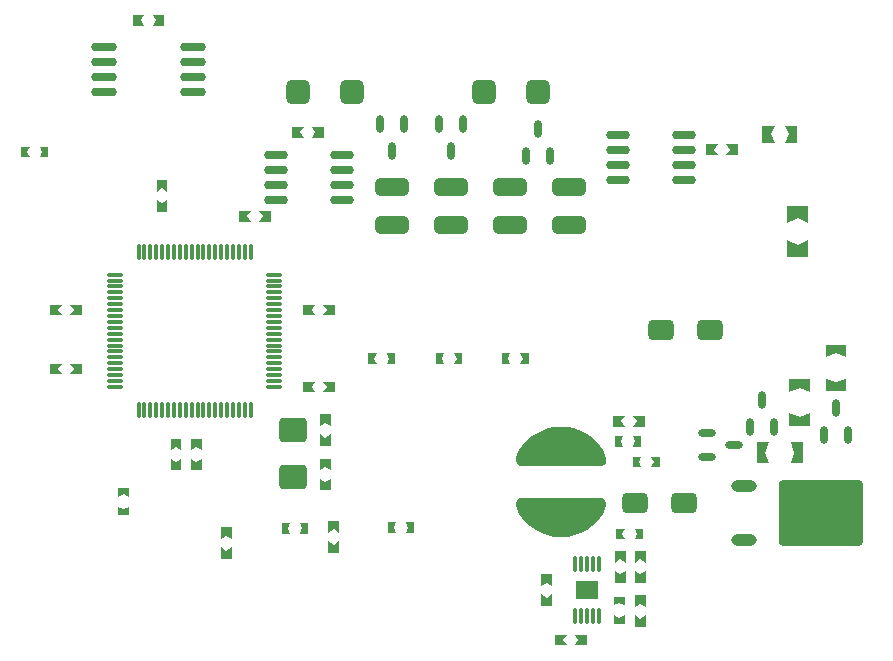
<source format=gtp>
G04 Layer_Color=8421504*
%FSLAX24Y24*%
%MOIN*%
G70*
G01*
G75*
G04:AMPARAMS|DCode=12|XSize=279.5mil|YSize=218.5mil|CornerRadius=10.9mil|HoleSize=0mil|Usage=FLASHONLY|Rotation=0.000|XOffset=0mil|YOffset=0mil|HoleType=Round|Shape=RoundedRectangle|*
%AMROUNDEDRECTD12*
21,1,0.2795,0.1967,0,0,0.0*
21,1,0.2577,0.2185,0,0,0.0*
1,1,0.0219,0.1288,-0.0983*
1,1,0.0219,-0.1288,-0.0983*
1,1,0.0219,-0.1288,0.0983*
1,1,0.0219,0.1288,0.0983*
%
%ADD12ROUNDEDRECTD12*%
%ADD13O,0.0846X0.0394*%
%ADD15O,0.0850X0.0295*%
%ADD18O,0.0591X0.0118*%
%ADD19O,0.0118X0.0591*%
%ADD23O,0.0591X0.0281*%
%ADD24O,0.0281X0.0591*%
G04:AMPARAMS|DCode=26|XSize=86.6mil|YSize=68.9mil|CornerRadius=17.2mil|HoleSize=0mil|Usage=FLASHONLY|Rotation=0.000|XOffset=0mil|YOffset=0mil|HoleType=Round|Shape=RoundedRectangle|*
%AMROUNDEDRECTD26*
21,1,0.0866,0.0344,0,0,0.0*
21,1,0.0522,0.0689,0,0,0.0*
1,1,0.0344,0.0261,-0.0172*
1,1,0.0344,-0.0261,-0.0172*
1,1,0.0344,-0.0261,0.0172*
1,1,0.0344,0.0261,0.0172*
%
%ADD26ROUNDEDRECTD26*%
%ADD28O,0.0118X0.0571*%
%ADD29R,0.0728X0.0610*%
G04:AMPARAMS|DCode=30|XSize=110.2mil|YSize=59.1mil|CornerRadius=14.8mil|HoleSize=0mil|Usage=FLASHONLY|Rotation=0.000|XOffset=0mil|YOffset=0mil|HoleType=Round|Shape=RoundedRectangle|*
%AMROUNDEDRECTD30*
21,1,0.1102,0.0295,0,0,0.0*
21,1,0.0807,0.0591,0,0,0.0*
1,1,0.0295,0.0404,-0.0148*
1,1,0.0295,-0.0404,-0.0148*
1,1,0.0295,-0.0404,0.0148*
1,1,0.0295,0.0404,0.0148*
%
%ADD30ROUNDEDRECTD30*%
%ADD31O,0.0800X0.0295*%
G04:AMPARAMS|DCode=32|XSize=90.6mil|YSize=82.7mil|CornerRadius=12.4mil|HoleSize=0mil|Usage=FLASHONLY|Rotation=180.000|XOffset=0mil|YOffset=0mil|HoleType=Round|Shape=RoundedRectangle|*
%AMROUNDEDRECTD32*
21,1,0.0906,0.0579,0,0,180.0*
21,1,0.0657,0.0827,0,0,180.0*
1,1,0.0248,-0.0329,0.0289*
1,1,0.0248,0.0329,0.0289*
1,1,0.0248,0.0329,-0.0289*
1,1,0.0248,-0.0329,-0.0289*
%
%ADD32ROUNDEDRECTD32*%
G04:AMPARAMS|DCode=34|XSize=82.7mil|YSize=78.7mil|CornerRadius=19.7mil|HoleSize=0mil|Usage=FLASHONLY|Rotation=270.000|XOffset=0mil|YOffset=0mil|HoleType=Round|Shape=RoundedRectangle|*
%AMROUNDEDRECTD34*
21,1,0.0827,0.0394,0,0,270.0*
21,1,0.0433,0.0787,0,0,270.0*
1,1,0.0394,-0.0197,-0.0217*
1,1,0.0394,-0.0197,0.0217*
1,1,0.0394,0.0197,0.0217*
1,1,0.0394,0.0197,-0.0217*
%
%ADD34ROUNDEDRECTD34*%
G36*
X31319Y46437D02*
X30925D01*
X31043Y46614D01*
X30925Y46791D01*
X31319D01*
Y46437D01*
D02*
G37*
G36*
X30531Y46614D02*
X30650Y46437D01*
X30256D01*
Y46791D01*
X30650D01*
X30531Y46614D01*
D02*
G37*
G36*
X36624Y42707D02*
X36230D01*
X36348Y42884D01*
X36230Y43061D01*
X36624D01*
Y42707D01*
D02*
G37*
G36*
X35837Y42884D02*
X35955Y42707D01*
X35561D01*
Y43061D01*
X35955D01*
X35837Y42884D01*
D02*
G37*
G36*
X52411Y42539D02*
X51998D01*
X52126Y42815D01*
X51998Y43091D01*
X52411D01*
Y42539D01*
D02*
G37*
G36*
X51535Y42815D02*
X51663Y42539D01*
X51250D01*
Y43091D01*
X51663D01*
X51535Y42815D01*
D02*
G37*
G36*
X50433Y42126D02*
X50039D01*
X50157Y42303D01*
X50039Y42480D01*
X50433D01*
Y42126D01*
D02*
G37*
G36*
X49646Y42303D02*
X49764Y42126D01*
X49370D01*
Y42480D01*
X49764D01*
X49646Y42303D01*
D02*
G37*
G36*
X27431Y42057D02*
X27155D01*
X27234Y42234D01*
X27155Y42411D01*
X27431D01*
Y42057D01*
D02*
G37*
G36*
X26742Y42234D02*
X26821Y42057D01*
X26545D01*
Y42411D01*
X26821D01*
X26742Y42234D01*
D02*
G37*
G36*
X31417Y40906D02*
X31240Y41024D01*
X31063Y40906D01*
Y41299D01*
X31417D01*
Y40906D01*
D02*
G37*
G36*
Y40236D02*
X31063D01*
Y40630D01*
X31240Y40512D01*
X31417Y40630D01*
Y40236D01*
D02*
G37*
G36*
X34862Y39902D02*
X34469D01*
X34587Y40079D01*
X34469Y40256D01*
X34862D01*
Y39902D01*
D02*
G37*
G36*
X34075Y40079D02*
X34193Y39902D01*
X33799D01*
Y40256D01*
X34193D01*
X34075Y40079D01*
D02*
G37*
G36*
X52776Y39872D02*
X52421Y40030D01*
X52067Y39872D01*
Y40423D01*
X52776D01*
Y39872D01*
D02*
G37*
G36*
Y38730D02*
X52067D01*
Y39281D01*
X52421Y39124D01*
X52776Y39281D01*
Y38730D01*
D02*
G37*
G36*
X37008Y36781D02*
X36614D01*
X36732Y36959D01*
X36614Y37136D01*
X37008D01*
Y36781D01*
D02*
G37*
G36*
X36220Y36959D02*
X36339Y36781D01*
X35945D01*
Y37136D01*
X36339D01*
X36220Y36959D01*
D02*
G37*
G36*
X28563Y36781D02*
X28169D01*
X28287Y36959D01*
X28169Y37136D01*
X28563D01*
Y36781D01*
D02*
G37*
G36*
X27776Y36959D02*
X27894Y36781D01*
X27500D01*
Y37136D01*
X27894D01*
X27776Y36959D01*
D02*
G37*
G36*
X54045Y35394D02*
X53701Y35512D01*
X53356Y35394D01*
Y35807D01*
X54045D01*
Y35394D01*
D02*
G37*
G36*
X43454Y35167D02*
X43179D01*
X43258Y35344D01*
X43179Y35522D01*
X43454D01*
Y35167D01*
D02*
G37*
G36*
X42766Y35344D02*
X42844Y35167D01*
X42569D01*
Y35522D01*
X42844D01*
X42766Y35344D01*
D02*
G37*
G36*
X41250Y35167D02*
X40974D01*
X41053Y35344D01*
X40974Y35522D01*
X41250D01*
Y35167D01*
D02*
G37*
G36*
X40561Y35344D02*
X40640Y35167D01*
X40364D01*
Y35522D01*
X40640D01*
X40561Y35344D01*
D02*
G37*
G36*
X38996Y35167D02*
X38720D01*
X38799Y35344D01*
X38720Y35522D01*
X38996D01*
Y35167D01*
D02*
G37*
G36*
X38307Y35344D02*
X38386Y35167D01*
X38110D01*
Y35522D01*
X38386D01*
X38307Y35344D01*
D02*
G37*
G36*
X28563Y34813D02*
X28169D01*
X28287Y34990D01*
X28169Y35167D01*
X28563D01*
Y34813D01*
D02*
G37*
G36*
X27776Y34990D02*
X27894Y34813D01*
X27500D01*
Y35167D01*
X27894D01*
X27776Y34990D01*
D02*
G37*
G36*
X54045Y34252D02*
X53356D01*
Y34665D01*
X53701Y34547D01*
X54045Y34665D01*
Y34252D01*
D02*
G37*
G36*
X52835Y34242D02*
X52490Y34360D01*
X52146Y34242D01*
Y34656D01*
X52835D01*
Y34242D01*
D02*
G37*
G36*
X37008Y34222D02*
X36614D01*
X36732Y34400D01*
X36614Y34577D01*
X37008D01*
Y34222D01*
D02*
G37*
G36*
X36220Y34400D02*
X36339Y34222D01*
X35945D01*
Y34577D01*
X36339D01*
X36220Y34400D01*
D02*
G37*
G36*
X52835Y33100D02*
X52146D01*
Y33514D01*
X52490Y33396D01*
X52835Y33514D01*
Y33100D01*
D02*
G37*
G36*
X36860Y33091D02*
X36683Y33209D01*
X36506Y33091D01*
Y33484D01*
X36860D01*
Y33091D01*
D02*
G37*
G36*
X47333Y33071D02*
X46939D01*
X47057Y33248D01*
X46939Y33425D01*
X47333D01*
Y33071D01*
D02*
G37*
G36*
X46545Y33248D02*
X46663Y33071D01*
X46270D01*
Y33425D01*
X46663D01*
X46545Y33248D01*
D02*
G37*
G36*
X36860Y32421D02*
X36506D01*
Y32815D01*
X36683Y32697D01*
X36860Y32815D01*
Y32421D01*
D02*
G37*
G36*
X47215Y32402D02*
X46939D01*
X47018Y32579D01*
X46939Y32756D01*
X47215D01*
Y32402D01*
D02*
G37*
G36*
X46526Y32579D02*
X46605Y32402D01*
X46329D01*
Y32756D01*
X46605D01*
X46526Y32579D01*
D02*
G37*
G36*
X32559Y32283D02*
X32382Y32402D01*
X32205Y32283D01*
Y32677D01*
X32559D01*
Y32283D01*
D02*
G37*
G36*
X31880D02*
X31703Y32402D01*
X31526Y32283D01*
Y32677D01*
X31880D01*
Y32283D01*
D02*
G37*
G36*
X32559Y31614D02*
X32205D01*
Y32008D01*
X32382Y31890D01*
X32559Y32008D01*
Y31614D01*
D02*
G37*
G36*
X31880D02*
X31526D01*
Y32008D01*
X31703Y31890D01*
X31880Y32008D01*
Y31614D01*
D02*
G37*
G36*
X52608Y31860D02*
X52195D01*
X52313Y32205D01*
X52195Y32549D01*
X52608D01*
Y31860D01*
D02*
G37*
G36*
X51348Y32205D02*
X51467Y31860D01*
X51053D01*
Y32549D01*
X51467D01*
X51348Y32205D01*
D02*
G37*
G36*
X44760Y33058D02*
X44978Y33014D01*
X45189Y32941D01*
X45388Y32841D01*
X45572Y32715D01*
X45737Y32566D01*
X45739Y32564D01*
X45845Y32437D01*
X45929Y32296D01*
X45990Y32143D01*
X46032Y32009D01*
X46041Y31936D01*
X46022Y31865D01*
X45978Y31806D01*
X45916Y31766D01*
X45844Y31753D01*
X43239D01*
X43164Y31767D01*
X43100Y31807D01*
X43056Y31868D01*
X43036Y31941D01*
X43045Y32016D01*
X43085Y32146D01*
X43146Y32297D01*
X43229Y32436D01*
X43333Y32561D01*
X43338Y32566D01*
X43503Y32715D01*
X43687Y32841D01*
X43886Y32941D01*
X44097Y33014D01*
X44315Y33058D01*
X44537Y33073D01*
X44760Y33058D01*
D02*
G37*
G36*
X47825Y31713D02*
X47549D01*
X47628Y31890D01*
X47549Y32067D01*
X47825D01*
Y31713D01*
D02*
G37*
G36*
X47136Y31890D02*
X47215Y31713D01*
X46939D01*
Y32067D01*
X47215D01*
X47136Y31890D01*
D02*
G37*
G36*
X36860Y31614D02*
X36683Y31732D01*
X36506Y31614D01*
Y32008D01*
X36860D01*
Y31614D01*
D02*
G37*
G36*
Y30945D02*
X36506D01*
Y31339D01*
X36683Y31220D01*
X36860Y31339D01*
Y30945D01*
D02*
G37*
G36*
X30138Y30738D02*
X29961Y30817D01*
X29783Y30738D01*
Y31014D01*
X30138D01*
Y30738D01*
D02*
G37*
G36*
Y30128D02*
X29783D01*
Y30404D01*
X29961Y30325D01*
X30138Y30404D01*
Y30128D01*
D02*
G37*
G36*
X37136Y29528D02*
X36959Y29646D01*
X36781Y29528D01*
Y29921D01*
X37136D01*
Y29528D01*
D02*
G37*
G36*
X39645Y29528D02*
X39370D01*
X39449Y29705D01*
X39370Y29882D01*
X39645D01*
Y29528D01*
D02*
G37*
G36*
X38957Y29705D02*
X39035Y29528D01*
X38760D01*
Y29882D01*
X39035D01*
X38957Y29705D01*
D02*
G37*
G36*
X36112Y29508D02*
X35836D01*
X35915Y29685D01*
X35836Y29862D01*
X36112D01*
Y29508D01*
D02*
G37*
G36*
X35423Y29685D02*
X35502Y29508D01*
X35226D01*
Y29862D01*
X35502D01*
X35423Y29685D01*
D02*
G37*
G36*
X45911Y30694D02*
X45975Y30653D01*
X46019Y30593D01*
X46039Y30519D01*
X46030Y30444D01*
X45989Y30315D01*
X45929Y30164D01*
X45846Y30024D01*
X45742Y29899D01*
X45737Y29895D01*
X45572Y29746D01*
X45388Y29620D01*
X45189Y29520D01*
X44978Y29447D01*
X44760Y29403D01*
X44537Y29388D01*
X44315Y29403D01*
X44097Y29447D01*
X43886Y29520D01*
X43687Y29620D01*
X43503Y29746D01*
X43338Y29895D01*
X43335Y29897D01*
X43230Y30024D01*
X43146Y30165D01*
X43084Y30318D01*
X43043Y30452D01*
X43034Y30525D01*
X43053Y30596D01*
X43096Y30655D01*
X43158Y30694D01*
X43231Y30708D01*
X45836D01*
X45911Y30694D01*
D02*
G37*
G36*
X47264Y29321D02*
X46988D01*
X47067Y29498D01*
X46988Y29675D01*
X47264D01*
Y29321D01*
D02*
G37*
G36*
X46575Y29498D02*
X46654Y29321D01*
X46378D01*
Y29675D01*
X46654D01*
X46575Y29498D01*
D02*
G37*
G36*
X33553Y29321D02*
X33376Y29439D01*
X33199Y29321D01*
Y29715D01*
X33553D01*
Y29321D01*
D02*
G37*
G36*
X37136Y28858D02*
X36781D01*
Y29252D01*
X36959Y29134D01*
X37136Y29252D01*
Y28858D01*
D02*
G37*
G36*
X33553Y28652D02*
X33199D01*
Y29045D01*
X33376Y28927D01*
X33553Y29045D01*
Y28652D01*
D02*
G37*
G36*
X47362Y28543D02*
X47185Y28661D01*
X47008Y28543D01*
Y28937D01*
X47362D01*
Y28543D01*
D02*
G37*
G36*
X46693D02*
X46516Y28661D01*
X46339Y28543D01*
Y28937D01*
X46693D01*
Y28543D01*
D02*
G37*
G36*
X47362Y27874D02*
X47008D01*
Y28268D01*
X47185Y28150D01*
X47362Y28268D01*
Y27874D01*
D02*
G37*
G36*
X46693D02*
X46339D01*
Y28268D01*
X46516Y28150D01*
X46693Y28268D01*
Y27874D01*
D02*
G37*
G36*
X44232Y27756D02*
X44055Y27874D01*
X43878Y27756D01*
Y28150D01*
X44232D01*
Y27756D01*
D02*
G37*
G36*
Y27087D02*
X43878D01*
Y27480D01*
X44055Y27362D01*
X44232Y27480D01*
Y27087D01*
D02*
G37*
G36*
X46654Y27116D02*
X46476Y27195D01*
X46299Y27116D01*
Y27392D01*
X46654D01*
Y27116D01*
D02*
G37*
G36*
X47362Y27057D02*
X47185Y27175D01*
X47008Y27057D01*
Y27451D01*
X47362D01*
Y27057D01*
D02*
G37*
G36*
X46654Y26506D02*
X46299D01*
Y26782D01*
X46476Y26703D01*
X46654Y26782D01*
Y26506D01*
D02*
G37*
G36*
X47362Y26388D02*
X47008D01*
Y26781D01*
X47185Y26663D01*
X47362Y26781D01*
Y26388D01*
D02*
G37*
G36*
X45394Y25787D02*
X45000D01*
X45118Y25965D01*
X45000Y26142D01*
X45394D01*
Y25787D01*
D02*
G37*
G36*
X44606Y25965D02*
X44724Y25787D01*
X44331D01*
Y26142D01*
X44724D01*
X44606Y25965D01*
D02*
G37*
D12*
X53189Y30187D02*
D03*
D13*
X50630Y31085D02*
D03*
Y29289D02*
D03*
D15*
X32261Y44738D02*
D03*
X29311D02*
D03*
X32261Y45738D02*
D03*
Y45238D02*
D03*
Y44238D02*
D03*
X29311Y45738D02*
D03*
Y45238D02*
D03*
Y44238D02*
D03*
D18*
X29685Y34400D02*
D03*
Y37156D02*
D03*
Y37352D02*
D03*
X34961D02*
D03*
Y37156D02*
D03*
Y34400D02*
D03*
X29685Y37549D02*
D03*
Y37746D02*
D03*
Y37943D02*
D03*
Y38140D02*
D03*
X34961D02*
D03*
Y37943D02*
D03*
Y37746D02*
D03*
Y37549D02*
D03*
X29685Y34596D02*
D03*
Y34793D02*
D03*
Y34990D02*
D03*
Y35187D02*
D03*
Y35384D02*
D03*
Y35581D02*
D03*
Y35778D02*
D03*
Y35974D02*
D03*
Y36171D02*
D03*
Y36368D02*
D03*
Y36565D02*
D03*
Y36762D02*
D03*
Y36959D02*
D03*
X34961D02*
D03*
Y36762D02*
D03*
Y36565D02*
D03*
Y36368D02*
D03*
Y36171D02*
D03*
Y35974D02*
D03*
Y35778D02*
D03*
Y35581D02*
D03*
Y35384D02*
D03*
Y35187D02*
D03*
Y34990D02*
D03*
Y34793D02*
D03*
Y34596D02*
D03*
D19*
X32224Y38907D02*
D03*
X32421D02*
D03*
Y33632D02*
D03*
X32224D02*
D03*
X30453Y38907D02*
D03*
X30650D02*
D03*
X30846D02*
D03*
X31043D02*
D03*
X31240D02*
D03*
X31437D02*
D03*
X31634D02*
D03*
X31831D02*
D03*
X32028D02*
D03*
X32618D02*
D03*
X32815D02*
D03*
X33012D02*
D03*
X33209D02*
D03*
X33406D02*
D03*
X33602D02*
D03*
X33799D02*
D03*
X33996D02*
D03*
X34193D02*
D03*
X32028Y33632D02*
D03*
X31831D02*
D03*
X31634D02*
D03*
X31437D02*
D03*
X31240D02*
D03*
X31043D02*
D03*
X30846D02*
D03*
X30650D02*
D03*
X30453D02*
D03*
X34193D02*
D03*
X33996D02*
D03*
X33799D02*
D03*
X33602D02*
D03*
X33406D02*
D03*
X33209D02*
D03*
X33012D02*
D03*
X32815D02*
D03*
X32618D02*
D03*
D23*
X49395Y32854D02*
D03*
Y32054D02*
D03*
X50305Y32454D02*
D03*
D24*
X53297Y32800D02*
D03*
X54097D02*
D03*
X53697Y33710D02*
D03*
X50837Y33066D02*
D03*
X51637D02*
D03*
X51237Y33976D02*
D03*
X43376Y42082D02*
D03*
X44176D02*
D03*
X43776Y42992D02*
D03*
X40460Y43164D02*
D03*
X41260D02*
D03*
X40860Y42254D02*
D03*
X38501Y43164D02*
D03*
X39301D02*
D03*
X38901Y42254D02*
D03*
D26*
X49488Y36280D02*
D03*
X47874D02*
D03*
X47008Y30541D02*
D03*
X48622D02*
D03*
D28*
X45000Y26772D02*
D03*
X45197D02*
D03*
X45394D02*
D03*
X45591D02*
D03*
X45787D02*
D03*
Y28504D02*
D03*
X45591D02*
D03*
X45394D02*
D03*
X45197D02*
D03*
X45000D02*
D03*
D29*
X45394Y27638D02*
D03*
D30*
X42825Y41063D02*
D03*
Y39803D02*
D03*
X44803Y41063D02*
D03*
Y39803D02*
D03*
X40866Y41063D02*
D03*
Y39803D02*
D03*
X38898Y41063D02*
D03*
Y39803D02*
D03*
D31*
X37230Y41116D02*
D03*
X35030D02*
D03*
X37230Y40616D02*
D03*
X35030D02*
D03*
X37230Y42116D02*
D03*
Y41616D02*
D03*
X35030D02*
D03*
Y42116D02*
D03*
X46422Y42289D02*
D03*
X48622D02*
D03*
X46422Y42789D02*
D03*
X48622D02*
D03*
X46422Y41289D02*
D03*
Y41789D02*
D03*
X48622D02*
D03*
Y41289D02*
D03*
D32*
X35610Y31398D02*
D03*
Y32972D02*
D03*
D34*
X35768Y44222D02*
D03*
X37579D02*
D03*
X41968D02*
D03*
X43780D02*
D03*
M02*

</source>
